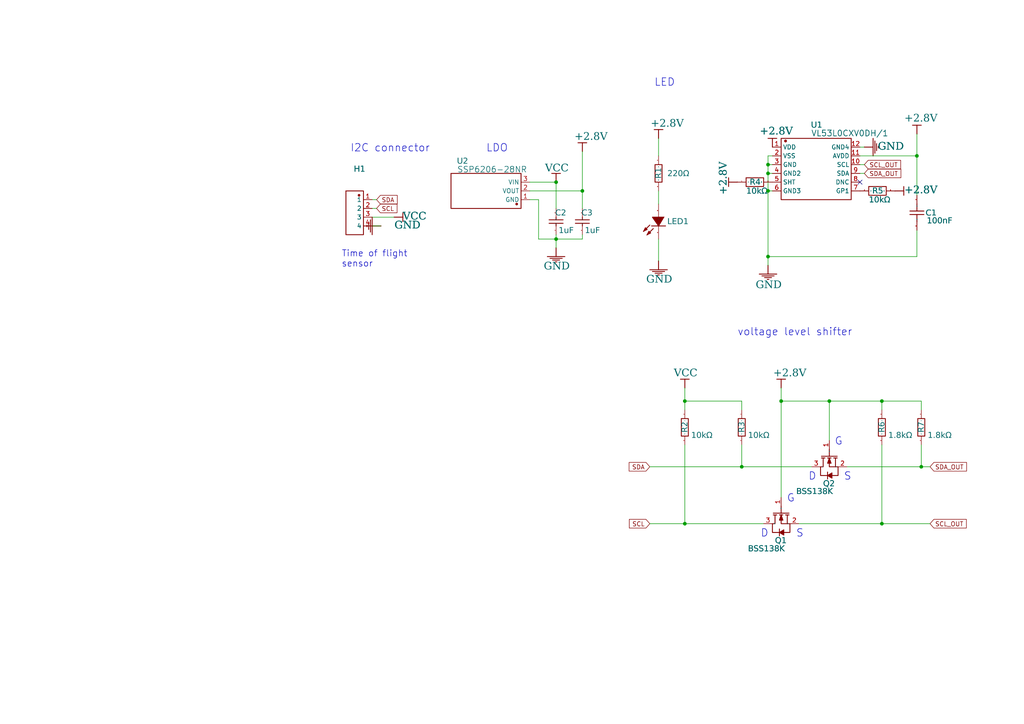
<source format=kicad_sch>
(kicad_sch (version 20231120) (generator "eeschema") (generator_version "8.0")
  (paper "A4")
  (lib_symbols
    (symbol "+2.8V" (power) (pin_numbers hide) (pin_names hide)
      (property "Value" "+2.8V" (at 0 3.81 0))
      (symbol "+2.8V_0_0"
        (polyline (pts (xy -1.27 -2.54) (xy 1.27 -2.54)) (stroke (width 0.254)))
        (polyline (pts (xy 0 0) (xy 0 -2.54)) (stroke (width 0.254)))
        (pin power_in line (at 0 0 270) (length 0) (name "+2.8V") (number "1"))
      )
    )
    (symbol "0805W8F1002T5E"
      (property "Reference" "R5" (at -0.8763 -1.4986 90))
      (property "Value" "10kΩ" (at 1.524 -1.3843 0))
      (symbol "0805W8F1002T5E_0_0"
        (rectangle (start -1.016 2.54) (end 1.016 -2.54) (stroke (width 0.254)))
        (pin input line (at 0 -5.08 90) (length 2.54) (name "1") (number "1"))
        (pin input line (at 0 5.08 270) (length 2.54) (name "2") (number "2"))
      )
    )
    (symbol "0805W8F1002T5E_1"
      (property "Reference" "R4" (at -0.8763 -1.4986 90))
      (property "Value" "10kΩ" (at 1.524 -1.3843 0))
      (symbol "0805W8F1002T5E_1_0_0"
        (rectangle (start -1.016 2.54) (end 1.016 -2.54) (stroke (width 0.254)))
        (pin input line (at 0 -5.08 90) (length 2.54) (name "1") (number "1"))
        (pin input line (at 0 5.08 270) (length 2.54) (name "2") (number "2"))
      )
    )
    (symbol "0805W8F2200T5E"
      (property "Reference" "R1" (at -0.8763 -1.4986 90))
      (property "Value" "220Ω" (at 2.2098 0.8763 0))
      (symbol "0805W8F2200T5E_0_0"
        (rectangle (start -1.016 2.54) (end 1.016 -2.54) (stroke (width 0.254)))
        (pin input line (at 0 -5.08 90) (length 2.54) (name "1") (number "1"))
        (pin input line (at 0 5.08 270) (length 2.54) (name "2") (number "2"))
      )
    )
    (symbol "2.54-1*4P反弯排针"
      (property "Reference" "H1" (at -0.2286 13.5509 0))
      (symbol "2.54-1*4P反弯排针_0_0"
        (rectangle (start -2.54 6.35) (end 2.54 -6.35) (stroke (width 0.254)))
        (circle (center 1.27 5.08) (radius 0.254) (stroke (width 0.254)) (fill (type outline)))
        (pin unspecified line (at 5.08 3.81 180) (length 2.54) (name "1") (number "1"))
        (pin unspecified line (at 5.08 1.27 180) (length 2.54) (name "2") (number "2"))
        (pin unspecified line (at 5.08 -1.27 180) (length 2.54) (name "3") (number "3"))
        (pin unspecified line (at 5.08 -3.81 180) (length 2.54) (name "4") (number "4"))
      )
    )
    (symbol "BSS138K"
      (property "Reference" "Q1" (at 1.5748 -4.0259 0))
      (property "Value" "BSS138K" (at 1.5748 -6.2357 0))
      (symbol "BSS138K_0_0"
        (polyline (pts (xy -2.286 2.54) (xy -1.27 2.54)) (stroke (width 0.254)))
        (polyline (pts (xy -2.286 3.048) (xy 2.286 3.048)) (stroke (width 0.254)))
        (polyline (pts (xy 0 5.08) (xy 0 3.048)) (stroke (width 0.254)))
        (polyline (pts (xy 0.508 2.54) (xy -0.508 2.54)) (stroke (width 0.254)))
        (polyline (pts (xy 1.778 0) (xy 1.778 2.54)) (stroke (width 0.254)))
        (polyline (pts (xy 2.286 2.54) (xy 1.27 2.54)) (stroke (width 0.254)))
        (polyline (pts (xy -0.508 -3.556) (xy -0.508 -3.048) (xy -0.508 -2.032) (xy -0.508 -1.524)) (stroke (width 0.254)))
        (polyline (pts (xy -0.508 -2.54) (xy 0.762 -1.778) (xy 0.762 -3.302) (xy -0.508 -2.54)) (stroke (width 0.254)) (fill (type outline)))
        (polyline (pts (xy 0 2.54) (xy 0.508 1.016) (xy -0.508 1.016) (xy 0 2.54)) (stroke (width 0.254)) (fill (type outline)))
        (polyline (pts (xy -1.778 2.54) (xy -1.778 0) (xy -2.54 0) (xy -2.54 -2.54) (xy -0.508 -2.54)) (stroke (width 0.254)))
        (polyline (pts (xy 0 2.54) (xy 0 0) (xy 2.54 0) (xy 2.54 -2.54) (xy 0.762 -2.54)) (stroke (width 0.254)))
        (pin unspecified line (at 0 7.62 270) (length 2.54) (name "G") (number "1"))
        (pin unspecified line (at 5.08 0 180) (length 2.54) (name "S") (number "2"))
        (pin unspecified line (at -5.08 0 0) (length 2.54) (name "D") (number "3"))
      )
    )
    (symbol "BSS138K_1"
      (property "Reference" "Q2" (at 1.5748 -4.0259 0))
      (property "Value" "BSS138K" (at 1.5748 -6.3373 0))
      (symbol "BSS138K_1_0_0"
        (polyline (pts (xy -2.286 2.54) (xy -1.27 2.54)) (stroke (width 0.254)))
        (polyline (pts (xy -2.286 3.048) (xy 2.286 3.048)) (stroke (width 0.254)))
        (polyline (pts (xy 0 5.08) (xy 0 3.048)) (stroke (width 0.254)))
        (polyline (pts (xy 0.508 2.54) (xy -0.508 2.54)) (stroke (width 0.254)))
        (polyline (pts (xy 1.778 0) (xy 1.778 2.54)) (stroke (width 0.254)))
        (polyline (pts (xy 2.286 2.54) (xy 1.27 2.54)) (stroke (width 0.254)))
        (polyline (pts (xy -0.508 -3.556) (xy -0.508 -3.048) (xy -0.508 -2.032) (xy -0.508 -1.524)) (stroke (width 0.254)))
        (polyline (pts (xy -0.508 -2.54) (xy 0.762 -1.778) (xy 0.762 -3.302) (xy -0.508 -2.54)) (stroke (width 0.254)) (fill (type outline)))
        (polyline (pts (xy 0 2.54) (xy 0.508 1.016) (xy -0.508 1.016) (xy 0 2.54)) (stroke (width 0.254)) (fill (type outline)))
        (polyline (pts (xy -1.778 2.54) (xy -1.778 0) (xy -2.54 0) (xy -2.54 -2.54) (xy -0.508 -2.54)) (stroke (width 0.254)))
        (polyline (pts (xy 0 2.54) (xy 0 0) (xy 2.54 0) (xy 2.54 -2.54) (xy 0.762 -2.54)) (stroke (width 0.254)))
        (pin unspecified line (at 0 7.62 270) (length 2.54) (name "G") (number "1"))
        (pin unspecified line (at 5.08 0 180) (length 2.54) (name "S") (number "2"))
        (pin unspecified line (at -5.08 0 0) (length 2.54) (name "D") (number "3"))
      )
    )
    (symbol "CL21B105KBFNNNE"
      (property "Reference" "C1" (at -0.2286 3.3909 0))
      (property "Value" "1uF" (at 0.4826 -1.6637 0))
      (symbol "CL21B105KBFNNNE_0_0"
        (polyline (pts (xy -2.032 -0.508) (xy 2.032 -0.508)) (stroke (width 0.254)))
        (polyline (pts (xy -2.032 0.508) (xy 2.032 0.508)) (stroke (width 0.254)))
        (polyline (pts (xy 0 -1.27) (xy 0 -0.508)) (stroke (width 0.254)))
        (polyline (pts (xy 0 0.508) (xy 0 1.27)) (stroke (width 0.254)))
        (pin input line (at 0 -3.81 90) (length 2.54) (name "1") (number "1"))
        (pin input line (at 0 3.81 270) (length 2.54) (name "2") (number "2"))
      )
    )
    (symbol "CL21B105KBFNNNE_1"
      (property "Reference" "C2" (at -0.2286 3.3909 0))
      (property "Value" "1uF" (at 0.4826 -1.6637 0))
      (symbol "CL21B105KBFNNNE_1_0_0"
        (polyline (pts (xy -2.032 -0.508) (xy 2.032 -0.508)) (stroke (width 0.254)))
        (polyline (pts (xy -2.032 0.508) (xy 2.032 0.508)) (stroke (width 0.254)))
        (polyline (pts (xy 0 -1.27) (xy 0 -0.508)) (stroke (width 0.254)))
        (polyline (pts (xy 0 0.508) (xy 0 1.27)) (stroke (width 0.254)))
        (pin input line (at 0 -3.81 90) (length 2.54) (name "1") (number "1"))
        (pin input line (at 0 3.81 270) (length 2.54) (name "2") (number "2"))
      )
    )
    (symbol "FC-2012HRK-620D"
      (property "Reference" "LED1" (at 2.54 0.8763 0))
      (symbol "FC-2012HRK-620D_0_0"
        (polyline (pts (xy -2.54 -1.016) (xy -4.318 -2.794)) (stroke (width 0.254)))
        (polyline (pts (xy -2.032 -1.27) (xy 2.032 -1.27)) (stroke (width 0.254)))
        (polyline (pts (xy -1.524 -2.032) (xy -3.302 -3.81)) (stroke (width 0.254)))
        (polyline (pts (xy -4.318 -2.794) (xy -3.81 -1.778) (xy -3.302 -2.286) (xy -4.318 -2.794)) (stroke (width 0.254)) (fill (type outline)))
        (polyline (pts (xy -3.302 -3.81) (xy -2.794 -2.794) (xy -2.286 -3.302) (xy -3.302 -3.81)) (stroke (width 0.254)) (fill (type outline)))
        (polyline (pts (xy 1.524 1.27) (xy 0 -1.27) (xy -1.778 1.27) (xy 1.524 1.27)) (stroke (width 0.254)) (fill (type outline)))
        (pin unspecified line (at 0 -5.08 90) (length 3.81) (name "-") (number "1"))
        (pin unspecified line (at 0 5.08 270) (length 3.81) (name "+") (number "2"))
      )
    )
    (symbol "GND" (power) (pin_numbers hide) (pin_names hide)
      (property "Value" "GND" (at 0 6.35 0))
      (symbol "GND_0_0"
        (polyline (pts (xy -2.54 -2.54) (xy 2.54 -2.54)) (stroke (width 0.254)))
        (polyline (pts (xy -1.778 -3.048) (xy 1.778 -3.048)) (stroke (width 0.254)))
        (polyline (pts (xy -1.016 -3.556) (xy 1.016 -3.556)) (stroke (width 0.254)))
        (polyline (pts (xy -0.254 -4.064) (xy 0.254 -4.064)) (stroke (width 0.254)))
        (polyline (pts (xy 0 0) (xy 0 -2.54)) (stroke (width 0.254)))
        (pin power_in line (at 0 0 270) (length 0) (name "GND") (number "1"))
      )
    )
    (symbol "NL0805B104K500CPBN"
      (property "Reference" "C3" (at 2.54 0.8255 0))
      (property "Value" "100nF" (at 2.54 -1.3843 0))
      (symbol "NL0805B104K500CPBN_0_0"
        (polyline (pts (xy -2.032 0.508) (xy 2.032 0.508)) (stroke (width 0.254)))
        (polyline (pts (xy 0 -0.508) (xy 0 -2.54)) (stroke (width 0.254)))
        (polyline (pts (xy 0 2.54) (xy 0 0.508)) (stroke (width 0.254)))
        (polyline (pts (xy 2.032 -0.508) (xy -2.032 -0.508)) (stroke (width 0.254)))
        (pin unspecified line (at 0 -5.08 90) (length 2.54) (name "1") (number "1"))
        (pin unspecified line (at 0 5.08 270) (length 2.54) (name "2") (number "2"))
      )
    )
    (symbol "RC0805FR-071K8L"
      (property "Reference" "R6" (at -0.8763 -1.4986 90))
      (property "Value" "1.8kΩ" (at 1.524 -1.3843 0))
      (symbol "RC0805FR-071K8L_0_0"
        (rectangle (start -1.016 2.54) (end 1.016 -2.54) (stroke (width 0.254)))
        (pin input line (at 0 -5.08 90) (length 2.54) (name "1") (number "1"))
        (pin input line (at 0 5.08 270) (length 2.54) (name "2") (number "2"))
      )
    )
    (symbol "RC0805FR-071K8L_1"
      (property "Reference" "R7" (at -0.8763 -1.4986 90))
      (property "Value" "1.8kΩ" (at 1.524 -1.3843 0))
      (symbol "RC0805FR-071K8L_1_0_0"
        (rectangle (start -1.016 2.54) (end 1.016 -2.54) (stroke (width 0.254)))
        (pin input line (at 0 -5.08 90) (length 2.54) (name "1") (number "1"))
        (pin input line (at 0 5.08 270) (length 2.54) (name "2") (number "2"))
      )
    )
    (symbol "SCR0805F10K"
      (property "Reference" "R2" (at -1.4986 0.8763 0))
      (property "Value" "10kΩ" (at -2.794 -1.6637 0))
      (symbol "SCR0805F10K_0_0"
        (rectangle (start -2.54 1.27) (end 2.54 -1.27) (stroke (width 0.254)))
        (pin unspecified line (at -5.08 0 0) (length 2.54) (name "1") (number "1"))
        (pin unspecified line (at 5.08 0 180) (length 2.54) (name "2") (number "2"))
      )
    )
    (symbol "SCR0805F10K_1"
      (property "Reference" "R3" (at -1.4986 0.8763 0))
      (property "Value" "10kΩ" (at -2.794 -1.6637 0))
      (symbol "SCR0805F10K_1_0_0"
        (rectangle (start -2.54 1.27) (end 2.54 -1.27) (stroke (width 0.254)))
        (pin unspecified line (at -5.08 0 0) (length 2.54) (name "1") (number "1"))
        (pin unspecified line (at 5.08 0 180) (length 2.54) (name "2") (number "2"))
      )
    )
    (symbol "SSP6206-28NR"
      (property "Reference" "U1" (at -10.9728 9.5123 0))
      (property "Value" "SSP6206-28NR" (at -10.9728 7.2009 0))
      (symbol "SSP6206-28NR_0_0"
        (rectangle (start -12.7 5.08) (end 7.62 -5.08) (stroke (width 0.254)))
        (circle (center 6.35 -3.81) (radius 0.254) (stroke (width 0.254)) (fill (type outline)))
        (pin unspecified line (at 10.16 -2.54 180) (length 2.54) (name "GND") (number "1"))
        (pin unspecified line (at 10.16 0 180) (length 2.54) (name "VOUT") (number "2"))
        (pin unspecified line (at 10.16 2.54 180) (length 2.54) (name "VIN") (number "3"))
      )
    )
    (symbol "VCC" (power) (pin_numbers hide) (pin_names hide)
      (property "Value" "VCC" (at 0 3.81 0))
      (symbol "VCC_0_0"
        (polyline (pts (xy -1.27 -2.54) (xy 1.27 -2.54)) (stroke (width 0.254)))
        (polyline (pts (xy 0 0) (xy 0 -2.54)) (stroke (width 0.254)))
        (pin power_in line (at 0 0 270) (length 0) (name "VCC") (number "1"))
      )
    )
    (symbol "VL53L0CXV0DH/1"
      (property "Reference" "U2" (at -1.4986 13.6271 0))
      (property "Value" "VL53L0CXV0DH/1" (at -1.4986 11.3411 0))
      (symbol "VL53L0CXV0DH/1_0_0"
        (rectangle (start -10.16 8.89) (end 10.16 -8.89) (stroke (width 0.254)))
        (circle (center -8.89 8.128) (radius 0.254) (stroke (width 0.254)) (fill (type outline)))
        (circle (center -8.89 8.128) (radius 0.254) (stroke (width 0.254)) (fill (type outline)))
        (pin unspecified line (at -12.7 6.35 0) (length 2.54) (name "VDD") (number "1"))
        (pin unspecified line (at 12.7 1.27 180) (length 2.54) (name "SCL") (number "10"))
        (pin unspecified line (at 12.7 3.81 180) (length 2.54) (name "AVDD") (number "11"))
        (pin unspecified line (at 12.7 6.35 180) (length 2.54) (name "GND4") (number "12"))
        (pin unspecified line (at -12.7 3.81 0) (length 2.54) (name "VSS") (number "2"))
        (pin unspecified line (at -12.7 1.27 0) (length 2.54) (name "GND") (number "3"))
        (pin unspecified line (at -12.7 -1.27 0) (length 2.54) (name "GND2") (number "4"))
        (pin unspecified line (at -12.7 -3.81 0) (length 2.54) (name "SHT") (number "5"))
        (pin unspecified line (at -12.7 -6.35 0) (length 2.54) (name "GND3") (number "6"))
        (pin unspecified line (at 12.7 -6.35 180) (length 2.54) (name "GP1") (number "7"))
        (pin unspecified line (at 12.7 -3.81 180) (length 2.54) (name "DNC") (number "8"))
        (pin unspecified line (at 12.7 -1.27 180) (length 2.54) (name "SDA") (number "9"))
      )
    )
  )
  (junction (at 240.538 116.332))
  (junction (at 255.778 151.892))
  (junction (at 222.758 47.752))
  (junction (at 198.628 116.332))
  (junction (at 222.758 50.292))
  (junction (at 161.29 69.342))
  (junction (at 168.91 55.372))
  (junction (at 267.208 135.382))
  (junction (at 265.938 45.212))
  (junction (at 222.758 55.372))
  (junction (at 226.568 116.332))
  (junction (at 198.628 151.892))
  (junction (at 222.758 74.422))
  (junction (at 161.29 52.832))
  (junction (at 215.138 135.382))
  (junction (at 255.778 116.332))
  (no_connect (at 249.428 52.832))
  (wire (pts (xy 267.208 116.332) (xy 267.208 118.872)))
  (wire (pts (xy 226.568 144.272) (xy 226.568 116.332)))
  (wire (pts (xy 222.758 50.292) (xy 224.028 50.292)))
  (wire (pts (xy 156.21 57.912) (xy 156.21 69.342)))
  (wire (pts (xy 168.91 55.372) (xy 168.91 60.452)))
  (wire (pts (xy 240.538 127.762) (xy 240.538 116.332)))
  (wire (pts (xy 226.568 116.332) (xy 226.568 112.522)))
  (wire (pts (xy 168.91 69.342) (xy 161.29 69.342)))
  (wire (pts (xy 249.428 50.292) (xy 250.698 50.292)))
  (wire (pts (xy 226.568 116.332) (xy 240.538 116.332)))
  (wire (pts (xy 222.758 74.422) (xy 222.758 76.962)))
  (wire (pts (xy 110.49 65.532) (xy 107.95 65.532)))
  (wire (pts (xy 191.008 69.342) (xy 191.008 75.692)))
  (wire (pts (xy 161.29 68.072) (xy 161.29 69.342)))
  (wire (pts (xy 249.428 47.752) (xy 250.698 47.752)))
  (wire (pts (xy 109.22 60.452) (xy 107.95 60.452)))
  (wire (pts (xy 224.028 55.372) (xy 222.758 55.372)))
  (wire (pts (xy 231.648 151.892) (xy 255.778 151.892)))
  (wire (pts (xy 161.29 52.832) (xy 153.67 52.832)))
  (wire (pts (xy 198.628 118.872) (xy 198.628 116.332)))
  (wire (pts (xy 240.538 116.332) (xy 255.778 116.332)))
  (wire (pts (xy 161.29 60.452) (xy 161.29 52.832)))
  (wire (pts (xy 198.628 151.892) (xy 188.468 151.892)))
  (wire (pts (xy 198.628 116.332) (xy 215.138 116.332)))
  (wire (pts (xy 224.028 47.752) (xy 222.758 47.752)))
  (wire (pts (xy 250.698 42.672) (xy 249.428 42.672)))
  (wire (pts (xy 198.628 129.032) (xy 198.628 151.892)))
  (wire (pts (xy 153.67 55.372) (xy 168.91 55.372)))
  (wire (pts (xy 222.758 55.372) (xy 222.758 74.422)))
  (wire (pts (xy 222.758 45.212) (xy 224.028 45.212)))
  (wire (pts (xy 222.758 47.752) (xy 222.758 50.292)))
  (wire (pts (xy 109.22 57.912) (xy 107.95 57.912)))
  (wire (pts (xy 188.468 135.382) (xy 215.138 135.382)))
  (wire (pts (xy 215.138 135.382) (xy 235.458 135.382)))
  (wire (pts (xy 161.29 69.342) (xy 156.21 69.342)))
  (wire (pts (xy 265.938 74.422) (xy 222.758 74.422)))
  (wire (pts (xy 255.778 118.872) (xy 255.778 116.332)))
  (wire (pts (xy 265.938 66.802) (xy 265.938 74.422)))
  (wire (pts (xy 245.618 135.382) (xy 267.208 135.382)))
  (wire (pts (xy 198.628 116.332) (xy 198.628 112.522)))
  (wire (pts (xy 215.138 116.332) (xy 215.138 118.872)))
  (wire (pts (xy 168.91 43.942) (xy 168.91 55.372)))
  (wire (pts (xy 222.758 47.752) (xy 222.758 45.212)))
  (wire (pts (xy 191.008 55.372) (xy 191.008 59.182)))
  (wire (pts (xy 265.938 56.642) (xy 265.938 45.212)))
  (wire (pts (xy 222.758 50.292) (xy 222.758 55.372)))
  (wire (pts (xy 198.628 151.892) (xy 221.488 151.892)))
  (wire (pts (xy 161.29 71.882) (xy 161.29 69.342)))
  (wire (pts (xy 267.208 135.382) (xy 269.748 135.382)))
  (wire (pts (xy 267.208 129.032) (xy 267.208 135.382)))
  (wire (pts (xy 191.008 40.132) (xy 191.008 45.212)))
  (wire (pts (xy 255.778 116.332) (xy 267.208 116.332)))
  (wire (pts (xy 168.91 68.072) (xy 168.91 69.342)))
  (wire (pts (xy 265.938 45.212) (xy 265.938 38.862)))
  (wire (pts (xy 215.138 129.032) (xy 215.138 135.382)))
  (wire (pts (xy 255.778 129.032) (xy 255.778 151.892)))
  (wire (pts (xy 114.3 62.992) (xy 107.95 62.992)))
  (wire (pts (xy 156.21 57.912) (xy 153.67 57.912)))
  (wire (pts (xy 249.428 45.212) (xy 265.938 45.212)))
  (wire (pts (xy 255.778 151.892) (xy 269.748 151.892)))
  (text "G" (at 242.062 126.8095 0) (effects (font (size 2.1717 2.1717)) (justify left top)))
  (text "LDO" (at 140.97 41.7703 0) (effects (font (size 2.1717 2.1717)) (justify left top)))
  (text "S" (at 244.729 136.9695 0) (effects (font (size 2.1717 2.1717)) (justify left top)))
  (text "D" (at 234.442 136.9695 0) (effects (font (size 2.1717 2.1717)) (justify left top)))
  (text "S" (at 230.8606 153.4795 0) (effects (font (size 2.1717 2.1717)) (justify left top)))
  (text "G" (at 228.1936 143.3195 0) (effects (font (size 2.1717 2.1717)) (justify left top)))
  (text "voltage level shifter" (at 213.868 95.1103 0) (effects (font (size 2.1717 2.1717)) (justify left top)))
  (text "I2C connector" (at 101.6 41.7703 0) (effects (font (size 2.1717 2.1717)) (justify left top)))
  (text "LED" (at 189.738 22.7203 0) (effects (font (size 2.1717 2.1717)) (justify left top)))
  (text "D" (at 220.5736 153.4795 0) (effects (font (size 2.1717 2.1717)) (justify left top)))
  (text "Time of flight \nsensor" (at 99.06 72.5932 0) (effects (font (size 1.8288 1.8288)) (justify left top)))
  (global_label "SCL_OUT" (shape input) (at 250.698 47.752 0) (property "Intersheetrefs" "${INTERSHEET_REFS}" (effects (hide yes))))
  (global_label "SDA_OUT" (shape input) (at 250.698 50.292 0) (property "Intersheetrefs" "${INTERSHEET_REFS}" (effects (hide yes))))
  (global_label "SCL_OUT" (shape input) (at 269.748 151.892 0) (property "Intersheetrefs" "${INTERSHEET_REFS}" (effects (hide yes))))
  (global_label "SDA_OUT" (shape input) (at 269.748 135.382 0) (property "Intersheetrefs" "${INTERSHEET_REFS}" (effects (hide yes))))
  (global_label "SCL" (shape input) (at 109.22 60.452 0) (property "Intersheetrefs" "${INTERSHEET_REFS}" (effects (hide yes))))
  (global_label "SDA" (shape input) (at 109.22 57.912 0) (property "Intersheetrefs" "${INTERSHEET_REFS}" (effects (hide yes))))
  (global_label "SCL" (shape input) (at 188.468 151.892 180) (property "Intersheetrefs" "${INTERSHEET_REFS}" (effects (hide yes))))
  (global_label "SDA" (shape input) (at 188.468 135.382 180) (property "Intersheetrefs" "${INTERSHEET_REFS}" (effects (hide yes))))
  (symbol (lib_id "GND") (at 222.758 76.962 0) (unit 0)
    (property "Reference" "#PWR06" (effects (hide yes)))
    (property "Value" "GND" (at 219.456 83.8962 0) (effects (font (size 2.1717 2.1717)) (justify left bottom)))
    (property "Description" "Power symbol creates a global label with name 'GND'" (effects (hide yes)))
  )
  (symbol (lib_id "FC-2012HRK-620D") (at 191.008 64.262 0) (unit 0)
    (property "Reference" "LED1" (at 193.548 63.3857 0) (effects (font (size 1.6891 1.6891)) (justify left top)))
    (property "Value" "FC-2012HRK-620D" (effects (hide yes)))
  )
  (symbol (lib_id "2.54-1*4P反弯排针") (at 102.87 61.722 0) (unit 1)
    (property "Reference" "H1" (at 102.6414 48.1711 0) (effects (font (size 1.6891 1.6891)) (justify left top)))
    (property "Value" "2.54-1*4P反弯排针" (effects (hide yes)))
    (property "Footprint" "BUCKY_TOF:BUCKY_TOF_HEADER" (effects (hide yes)))
  )
  (symbol (lib_id "+2.8V") (at 226.568 112.522 0) (mirror x) (unit 0)
    (property "Reference" "#PWR09" (effects (hide yes)))
    (property "Value" "+2.8V" (at 224.028 109.474 0) (effects (font (size 2.1717 2.1717)) (justify left top)))
    (property "Description" "Power symbol creates a global label with name '+2.8V'" (effects (hide yes)))
  )
  (symbol (lib_id "NL0805B104K500CPBN") (at 265.938 61.722 0) (unit 0)
    (property "Reference" "C1" (at 268.478 60.8965 0) (effects (font (size 1.6891 1.6891)) (justify left top)))
    (property "Value" "100nF" (at 268.478 63.1063 0) (effects (font (size 1.6891 1.6891)) (justify left top)))
  )
  (symbol (lib_id "CL21B105KBFNNNE") (at 161.29 64.262 0) (unit 0)
    (property "Reference" "C2" (at 161.0614 60.8711 0) (effects (font (size 1.6891 1.6891)) (justify left top)))
    (property "Value" "1uF" (at 161.7726 65.9257 0) (effects (font (size 1.6891 1.6891)) (justify left top)))
  )
  (symbol (lib_id "RC0805FR-071K8L") (at 255.778 123.952 0) (unit 0)
    (property "Reference" "R6" (at 254.9017 125.4506 90) (effects (font (size 1.6891 1.6891)) (justify left top)))
    (property "Value" "1.8kΩ" (at 257.302 125.3363 0) (effects (font (size 1.6891 1.6891)) (justify left top)))
  )
  (symbol (lib_id "+2.8V") (at 259.588 55.372 90) (mirror x) (unit 0)
    (property "Reference" "#PWR011" (effects (hide yes)))
    (property "Value" "+2.8V" (at 262.0518 56.388 -270) (effects (font (size 2.1717 2.1717)) (justify right bottom)))
    (property "Description" "Power symbol creates a global label with name '+2.8V'" (effects (hide yes)))
  )
  (symbol (lib_id "GND") (at 110.49 65.532 270) (unit 0)
    (property "Reference" "#PWR05" (effects (hide yes)))
    (property "Value" "GND" (at 114.681 66.5988 -270) (effects (font (size 2.1717 2.1717)) (justify left bottom)))
    (property "Description" "Power symbol creates a global label with name 'GND'" (effects (hide yes)))
  )
  (symbol (lib_id "VCC") (at 114.3 62.992 90) (mirror x) (unit 0)
    (property "Reference" "#PWR07" (effects (hide yes)))
    (property "Value" "VCC" (at 116.967 64.008 -270) (effects (font (size 2.1717 2.1717)) (justify right bottom)))
    (property "Description" "Power symbol creates a global label with name 'VCC'" (effects (hide yes)))
  )
  (symbol (lib_id "0805W8F2200T5E") (at 191.008 50.292 0) (unit 0)
    (property "Reference" "R1" (at 190.1317 51.7906 90) (effects (font (size 1.6891 1.6891)) (justify left top)))
    (property "Value" "220Ω" (at 193.2178 49.4157 0) (effects (font (size 1.6891 1.6891)) (justify left top)))
  )
  (symbol (lib_id "0805W8F1002T5E_1") (at 198.628 123.952 0) (unit 0)
    (property "Reference" "R2" (at 197.7517 125.4506 90) (effects (font (size 1.6891 1.6891)) (justify left top)))
    (property "Value" "10kΩ" (at 200.152 125.3363 0) (effects (font (size 1.6891 1.6891)) (justify left top)))
  )
  (symbol (lib_id "BSS138K_1") (at 226.568 151.892 0) (unit 0)
    (property "Reference" "Q1" (at 228.1428 155.9179 0) (effects (font (size 1.6891 1.6891)) (justify right top)))
    (property "Value" "BSS138K" (at 228.1428 158.2293 0) (effects (font (size 1.6891 1.6891)) (justify right top)))
  )
  (symbol (lib_id "+2.8V") (at 168.91 43.942 0) (mirror x) (unit 0)
    (property "Reference" "#PWR015" (effects (hide yes)))
    (property "Value" "+2.8V" (at 166.37 40.894 0) (effects (font (size 2.1717 2.1717)) (justify left top)))
    (property "Description" "Power symbol creates a global label with name '+2.8V'" (effects (hide yes)))
  )
  (symbol (lib_id "SCR0805F10K_1") (at 254.508 55.372 0) (unit 0)
    (property "Reference" "R5" (at 253.0094 54.4957 0) (effects (font (size 1.6891 1.6891)) (justify left top)))
    (property "Value" "10kΩ" (at 251.714 57.0357 0) (effects (font (size 1.6891 1.6891)) (justify left top)))
  )
  (symbol (lib_id "+2.8V") (at 213.868 52.832 270) (mirror x) (unit 0)
    (property "Reference" "#PWR04" (effects (hide yes)))
    (property "Value" "+2.8V" (at 211.074 56.7182 180) (effects (font (size 2.1717 2.1717)) (justify right bottom)))
    (property "Description" "Power symbol creates a global label with name '+2.8V'" (effects (hide yes)))
  )
  (symbol (lib_id "+2.8V") (at 191.008 40.132 0) (mirror x) (unit 0)
    (property "Reference" "#PWR01" (effects (hide yes)))
    (property "Value" "+2.8V" (at 188.468 37.084 0) (effects (font (size 2.1717 2.1717)) (justify left top)))
    (property "Description" "Power symbol creates a global label with name '+2.8V'" (effects (hide yes)))
  )
  (symbol (lib_id "VCC") (at 198.628 112.522 0) (mirror x) (unit 0)
    (property "Reference" "#PWR03" (effects (hide yes)))
    (property "Value" "VCC" (at 195.58 109.474 0) (effects (font (size 2.1717 2.1717)) (justify left top)))
    (property "Description" "Power symbol creates a global label with name 'VCC'" (effects (hide yes)))
  )
  (symbol (lib_id "+2.8V") (at 265.938 38.862 0) (mirror x) (unit 0)
    (property "Reference" "#PWR012" (effects (hide yes)))
    (property "Value" "+2.8V" (at 262.0518 35.5854 0) (effects (font (size 2.1717 2.1717)) (justify left top)))
    (property "Description" "Power symbol creates a global label with name '+2.8V'" (effects (hide yes)))
  )
  (symbol (lib_id "BSS138K") (at 240.538 135.382 0) (unit 0)
    (property "Reference" "Q2" (at 242.1128 139.4079 0) (effects (font (size 1.6891 1.6891)) (justify right top)))
    (property "Value" "BSS138K" (at 242.1128 141.6177 0) (effects (font (size 1.6891 1.6891)) (justify right top)))
  )
  (symbol (lib_id "RC0805FR-071K8L_1") (at 267.208 123.952 0) (unit 0)
    (property "Reference" "R7" (at 266.3317 125.4506 90) (effects (font (size 1.6891 1.6891)) (justify left top)))
    (property "Value" "1.8kΩ" (at 268.732 125.3363 0) (effects (font (size 1.6891 1.6891)) (justify left top)))
  )
  (symbol (lib_id "CL21B105KBFNNNE_1") (at 168.91 64.262 0) (unit 0)
    (property "Reference" "C3" (at 168.6814 60.8711 0) (effects (font (size 1.6891 1.6891)) (justify left top)))
    (property "Value" "1uF" (at 169.3926 65.9257 0) (effects (font (size 1.6891 1.6891)) (justify left top)))
  )
  (symbol (lib_id "SCR0805F10K") (at 218.948 52.832 0) (unit 0)
    (property "Reference" "R4" (at 217.4494 51.9557 0) (effects (font (size 1.6891 1.6891)) (justify left top)))
    (property "Value" "10kΩ" (at 216.154 54.4957 0) (effects (font (size 1.6891 1.6891)) (justify left top)))
  )
  (symbol (lib_id "GND") (at 161.29 71.882 0) (unit 0)
    (property "Reference" "#PWR014" (effects (hide yes)))
    (property "Value" "GND" (at 157.988 78.486 0) (effects (font (size 2.1717 2.1717)) (justify left bottom)))
    (property "Description" "Power symbol creates a global label with name 'GND'" (effects (hide yes)))
  )
  (symbol (lib_id "SSP6206-28NR") (at 143.51 55.372 0) (unit 0)
    (property "Reference" "U2" (at 132.5372 45.8597 0) (effects (font (size 1.6891 1.6891)) (justify left top)))
    (property "Value" "SSP6206-28NR" (at 132.5372 48.1711 0) (effects (font (size 1.6891 1.6891)) (justify left top)))
  )
  (symbol (lib_id "VCC") (at 161.29 52.832 0) (mirror x) (unit 0)
    (property "Reference" "#PWR013" (effects (hide yes)))
    (property "Value" "VCC" (at 158.2166 50.038 0) (effects (font (size 2.1717 2.1717)) (justify left top)))
    (property "Description" "Power symbol creates a global label with name 'VCC'" (effects (hide yes)))
  )
  (symbol (lib_id "GND") (at 191.008 75.692 0) (unit 0)
    (property "Reference" "#PWR02" (effects (hide yes)))
    (property "Value" "GND" (at 187.706 82.296 0) (effects (font (size 2.1717 2.1717)) (justify left bottom)))
    (property "Description" "Power symbol creates a global label with name 'GND'" (effects (hide yes)))
  )
  (symbol (lib_id "VL53L0CXV0DH/1") (at 236.728 49.022 0) (unit 0)
    (property "Reference" "U1" (at 235.2294 35.3949 0) (effects (font (size 1.6891 1.6891)) (justify left top)))
    (property "Value" "VL53L0CXV0DH/1" (at 235.2294 37.6809 0) (effects (font (size 1.6891 1.6891)) (justify left top)))
  )
  (symbol (lib_id "GND") (at 250.698 42.672 90) (unit 0)
    (property "Reference" "#PWR010" (effects (hide yes)))
    (property "Value" "GND" (at 254.889 43.7388 -90) (effects (font (size 2.1717 2.1717)) (justify left bottom)))
    (property "Description" "Power symbol creates a global label with name 'GND'" (effects (hide yes)))
  )
  (symbol (lib_id "+2.8V") (at 224.028 42.672 0) (mirror x) (unit 0)
    (property "Reference" "#PWR08" (effects (hide yes)))
    (property "Value" "+2.8V" (at 220.1164 39.3446 0) (effects (font (size 2.1717 2.1717)) (justify left top)))
    (property "Description" "Power symbol creates a global label with name '+2.8V'" (effects (hide yes)))
  )
  (symbol (lib_id "0805W8F1002T5E") (at 215.138 123.952 0) (unit 0)
    (property "Reference" "R3" (at 214.2617 125.4506 90) (effects (font (size 1.6891 1.6891)) (justify left top)))
    (property "Value" "10kΩ" (at 216.662 125.3363 0) (effects (font (size 1.6891 1.6891)) (justify left top)))
  )
)
</source>
